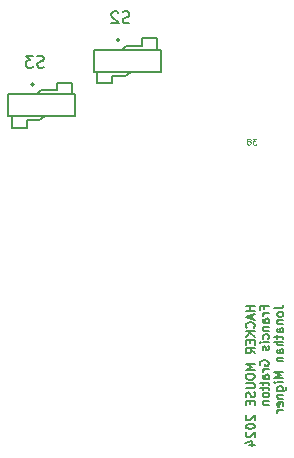
<source format=gbr>
%TF.GenerationSoftware,KiCad,Pcbnew,8.0.2*%
%TF.CreationDate,2024-06-27T22:03:59-04:00*%
%TF.ProjectId,HackerMouseProject,4861636b-6572-44d6-9f75-736550726f6a,rev?*%
%TF.SameCoordinates,Original*%
%TF.FileFunction,Legend,Bot*%
%TF.FilePolarity,Positive*%
%FSLAX46Y46*%
G04 Gerber Fmt 4.6, Leading zero omitted, Abs format (unit mm)*
G04 Created by KiCad (PCBNEW 8.0.2) date 2024-06-27 22:03:59*
%MOMM*%
%LPD*%
G01*
G04 APERTURE LIST*
%ADD10C,0.150000*%
%ADD11C,0.125000*%
%ADD12C,0.127000*%
G04 APERTURE END LIST*
D10*
X187600099Y-59727255D02*
X187600099Y-59477255D01*
X187992956Y-59477255D02*
X187242956Y-59477255D01*
X187242956Y-59477255D02*
X187242956Y-59834398D01*
X187992956Y-60120112D02*
X187492956Y-60120112D01*
X187635813Y-60120112D02*
X187564384Y-60155826D01*
X187564384Y-60155826D02*
X187528670Y-60191541D01*
X187528670Y-60191541D02*
X187492956Y-60262969D01*
X187492956Y-60262969D02*
X187492956Y-60334398D01*
X187992956Y-60905827D02*
X187600099Y-60905827D01*
X187600099Y-60905827D02*
X187528670Y-60870112D01*
X187528670Y-60870112D02*
X187492956Y-60798684D01*
X187492956Y-60798684D02*
X187492956Y-60655827D01*
X187492956Y-60655827D02*
X187528670Y-60584398D01*
X187957242Y-60905827D02*
X187992956Y-60834398D01*
X187992956Y-60834398D02*
X187992956Y-60655827D01*
X187992956Y-60655827D02*
X187957242Y-60584398D01*
X187957242Y-60584398D02*
X187885813Y-60548684D01*
X187885813Y-60548684D02*
X187814384Y-60548684D01*
X187814384Y-60548684D02*
X187742956Y-60584398D01*
X187742956Y-60584398D02*
X187707242Y-60655827D01*
X187707242Y-60655827D02*
X187707242Y-60834398D01*
X187707242Y-60834398D02*
X187671527Y-60905827D01*
X187492956Y-61262969D02*
X187992956Y-61262969D01*
X187564384Y-61262969D02*
X187528670Y-61298683D01*
X187528670Y-61298683D02*
X187492956Y-61370112D01*
X187492956Y-61370112D02*
X187492956Y-61477255D01*
X187492956Y-61477255D02*
X187528670Y-61548683D01*
X187528670Y-61548683D02*
X187600099Y-61584398D01*
X187600099Y-61584398D02*
X187992956Y-61584398D01*
X187957242Y-62262969D02*
X187992956Y-62191540D01*
X187992956Y-62191540D02*
X187992956Y-62048683D01*
X187992956Y-62048683D02*
X187957242Y-61977254D01*
X187957242Y-61977254D02*
X187921527Y-61941540D01*
X187921527Y-61941540D02*
X187850099Y-61905826D01*
X187850099Y-61905826D02*
X187635813Y-61905826D01*
X187635813Y-61905826D02*
X187564384Y-61941540D01*
X187564384Y-61941540D02*
X187528670Y-61977254D01*
X187528670Y-61977254D02*
X187492956Y-62048683D01*
X187492956Y-62048683D02*
X187492956Y-62191540D01*
X187492956Y-62191540D02*
X187528670Y-62262969D01*
X187992956Y-62584397D02*
X187492956Y-62584397D01*
X187242956Y-62584397D02*
X187278670Y-62548683D01*
X187278670Y-62548683D02*
X187314384Y-62584397D01*
X187314384Y-62584397D02*
X187278670Y-62620111D01*
X187278670Y-62620111D02*
X187242956Y-62584397D01*
X187242956Y-62584397D02*
X187314384Y-62584397D01*
X187957242Y-62905826D02*
X187992956Y-62977254D01*
X187992956Y-62977254D02*
X187992956Y-63120111D01*
X187992956Y-63120111D02*
X187957242Y-63191540D01*
X187957242Y-63191540D02*
X187885813Y-63227254D01*
X187885813Y-63227254D02*
X187850099Y-63227254D01*
X187850099Y-63227254D02*
X187778670Y-63191540D01*
X187778670Y-63191540D02*
X187742956Y-63120111D01*
X187742956Y-63120111D02*
X187742956Y-63012969D01*
X187742956Y-63012969D02*
X187707242Y-62941540D01*
X187707242Y-62941540D02*
X187635813Y-62905826D01*
X187635813Y-62905826D02*
X187600099Y-62905826D01*
X187600099Y-62905826D02*
X187528670Y-62941540D01*
X187528670Y-62941540D02*
X187492956Y-63012969D01*
X187492956Y-63012969D02*
X187492956Y-63120111D01*
X187492956Y-63120111D02*
X187528670Y-63191540D01*
X187278670Y-64512969D02*
X187242956Y-64441541D01*
X187242956Y-64441541D02*
X187242956Y-64334398D01*
X187242956Y-64334398D02*
X187278670Y-64227255D01*
X187278670Y-64227255D02*
X187350099Y-64155826D01*
X187350099Y-64155826D02*
X187421527Y-64120112D01*
X187421527Y-64120112D02*
X187564384Y-64084398D01*
X187564384Y-64084398D02*
X187671527Y-64084398D01*
X187671527Y-64084398D02*
X187814384Y-64120112D01*
X187814384Y-64120112D02*
X187885813Y-64155826D01*
X187885813Y-64155826D02*
X187957242Y-64227255D01*
X187957242Y-64227255D02*
X187992956Y-64334398D01*
X187992956Y-64334398D02*
X187992956Y-64405826D01*
X187992956Y-64405826D02*
X187957242Y-64512969D01*
X187957242Y-64512969D02*
X187921527Y-64548683D01*
X187921527Y-64548683D02*
X187671527Y-64548683D01*
X187671527Y-64548683D02*
X187671527Y-64405826D01*
X187992956Y-64870112D02*
X187492956Y-64870112D01*
X187635813Y-64870112D02*
X187564384Y-64905826D01*
X187564384Y-64905826D02*
X187528670Y-64941541D01*
X187528670Y-64941541D02*
X187492956Y-65012969D01*
X187492956Y-65012969D02*
X187492956Y-65084398D01*
X187992956Y-65655827D02*
X187600099Y-65655827D01*
X187600099Y-65655827D02*
X187528670Y-65620112D01*
X187528670Y-65620112D02*
X187492956Y-65548684D01*
X187492956Y-65548684D02*
X187492956Y-65405827D01*
X187492956Y-65405827D02*
X187528670Y-65334398D01*
X187957242Y-65655827D02*
X187992956Y-65584398D01*
X187992956Y-65584398D02*
X187992956Y-65405827D01*
X187992956Y-65405827D02*
X187957242Y-65334398D01*
X187957242Y-65334398D02*
X187885813Y-65298684D01*
X187885813Y-65298684D02*
X187814384Y-65298684D01*
X187814384Y-65298684D02*
X187742956Y-65334398D01*
X187742956Y-65334398D02*
X187707242Y-65405827D01*
X187707242Y-65405827D02*
X187707242Y-65584398D01*
X187707242Y-65584398D02*
X187671527Y-65655827D01*
X187492956Y-65905826D02*
X187492956Y-66191540D01*
X187242956Y-66012969D02*
X187885813Y-66012969D01*
X187885813Y-66012969D02*
X187957242Y-66048683D01*
X187957242Y-66048683D02*
X187992956Y-66120112D01*
X187992956Y-66120112D02*
X187992956Y-66191540D01*
X187492956Y-66334397D02*
X187492956Y-66620111D01*
X187242956Y-66441540D02*
X187885813Y-66441540D01*
X187885813Y-66441540D02*
X187957242Y-66477254D01*
X187957242Y-66477254D02*
X187992956Y-66548683D01*
X187992956Y-66548683D02*
X187992956Y-66620111D01*
X187992956Y-66977254D02*
X187957242Y-66905825D01*
X187957242Y-66905825D02*
X187921527Y-66870111D01*
X187921527Y-66870111D02*
X187850099Y-66834397D01*
X187850099Y-66834397D02*
X187635813Y-66834397D01*
X187635813Y-66834397D02*
X187564384Y-66870111D01*
X187564384Y-66870111D02*
X187528670Y-66905825D01*
X187528670Y-66905825D02*
X187492956Y-66977254D01*
X187492956Y-66977254D02*
X187492956Y-67084397D01*
X187492956Y-67084397D02*
X187528670Y-67155825D01*
X187528670Y-67155825D02*
X187564384Y-67191540D01*
X187564384Y-67191540D02*
X187635813Y-67227254D01*
X187635813Y-67227254D02*
X187850099Y-67227254D01*
X187850099Y-67227254D02*
X187921527Y-67191540D01*
X187921527Y-67191540D02*
X187957242Y-67155825D01*
X187957242Y-67155825D02*
X187992956Y-67084397D01*
X187992956Y-67084397D02*
X187992956Y-66977254D01*
X187492956Y-67548682D02*
X187992956Y-67548682D01*
X187564384Y-67548682D02*
X187528670Y-67584396D01*
X187528670Y-67584396D02*
X187492956Y-67655825D01*
X187492956Y-67655825D02*
X187492956Y-67762968D01*
X187492956Y-67762968D02*
X187528670Y-67834396D01*
X187528670Y-67834396D02*
X187600099Y-67870111D01*
X187600099Y-67870111D02*
X187992956Y-67870111D01*
X188450414Y-59691541D02*
X188986128Y-59691541D01*
X188986128Y-59691541D02*
X189093271Y-59655826D01*
X189093271Y-59655826D02*
X189164700Y-59584398D01*
X189164700Y-59584398D02*
X189200414Y-59477255D01*
X189200414Y-59477255D02*
X189200414Y-59405826D01*
X189200414Y-60155827D02*
X189164700Y-60084398D01*
X189164700Y-60084398D02*
X189128985Y-60048684D01*
X189128985Y-60048684D02*
X189057557Y-60012970D01*
X189057557Y-60012970D02*
X188843271Y-60012970D01*
X188843271Y-60012970D02*
X188771842Y-60048684D01*
X188771842Y-60048684D02*
X188736128Y-60084398D01*
X188736128Y-60084398D02*
X188700414Y-60155827D01*
X188700414Y-60155827D02*
X188700414Y-60262970D01*
X188700414Y-60262970D02*
X188736128Y-60334398D01*
X188736128Y-60334398D02*
X188771842Y-60370113D01*
X188771842Y-60370113D02*
X188843271Y-60405827D01*
X188843271Y-60405827D02*
X189057557Y-60405827D01*
X189057557Y-60405827D02*
X189128985Y-60370113D01*
X189128985Y-60370113D02*
X189164700Y-60334398D01*
X189164700Y-60334398D02*
X189200414Y-60262970D01*
X189200414Y-60262970D02*
X189200414Y-60155827D01*
X188700414Y-60727255D02*
X189200414Y-60727255D01*
X188771842Y-60727255D02*
X188736128Y-60762969D01*
X188736128Y-60762969D02*
X188700414Y-60834398D01*
X188700414Y-60834398D02*
X188700414Y-60941541D01*
X188700414Y-60941541D02*
X188736128Y-61012969D01*
X188736128Y-61012969D02*
X188807557Y-61048684D01*
X188807557Y-61048684D02*
X189200414Y-61048684D01*
X189200414Y-61727255D02*
X188807557Y-61727255D01*
X188807557Y-61727255D02*
X188736128Y-61691540D01*
X188736128Y-61691540D02*
X188700414Y-61620112D01*
X188700414Y-61620112D02*
X188700414Y-61477255D01*
X188700414Y-61477255D02*
X188736128Y-61405826D01*
X189164700Y-61727255D02*
X189200414Y-61655826D01*
X189200414Y-61655826D02*
X189200414Y-61477255D01*
X189200414Y-61477255D02*
X189164700Y-61405826D01*
X189164700Y-61405826D02*
X189093271Y-61370112D01*
X189093271Y-61370112D02*
X189021842Y-61370112D01*
X189021842Y-61370112D02*
X188950414Y-61405826D01*
X188950414Y-61405826D02*
X188914700Y-61477255D01*
X188914700Y-61477255D02*
X188914700Y-61655826D01*
X188914700Y-61655826D02*
X188878985Y-61727255D01*
X188700414Y-61977254D02*
X188700414Y-62262968D01*
X188450414Y-62084397D02*
X189093271Y-62084397D01*
X189093271Y-62084397D02*
X189164700Y-62120111D01*
X189164700Y-62120111D02*
X189200414Y-62191540D01*
X189200414Y-62191540D02*
X189200414Y-62262968D01*
X189200414Y-62512968D02*
X188450414Y-62512968D01*
X189200414Y-62834397D02*
X188807557Y-62834397D01*
X188807557Y-62834397D02*
X188736128Y-62798682D01*
X188736128Y-62798682D02*
X188700414Y-62727254D01*
X188700414Y-62727254D02*
X188700414Y-62620111D01*
X188700414Y-62620111D02*
X188736128Y-62548682D01*
X188736128Y-62548682D02*
X188771842Y-62512968D01*
X189200414Y-63512968D02*
X188807557Y-63512968D01*
X188807557Y-63512968D02*
X188736128Y-63477253D01*
X188736128Y-63477253D02*
X188700414Y-63405825D01*
X188700414Y-63405825D02*
X188700414Y-63262968D01*
X188700414Y-63262968D02*
X188736128Y-63191539D01*
X189164700Y-63512968D02*
X189200414Y-63441539D01*
X189200414Y-63441539D02*
X189200414Y-63262968D01*
X189200414Y-63262968D02*
X189164700Y-63191539D01*
X189164700Y-63191539D02*
X189093271Y-63155825D01*
X189093271Y-63155825D02*
X189021842Y-63155825D01*
X189021842Y-63155825D02*
X188950414Y-63191539D01*
X188950414Y-63191539D02*
X188914700Y-63262968D01*
X188914700Y-63262968D02*
X188914700Y-63441539D01*
X188914700Y-63441539D02*
X188878985Y-63512968D01*
X188700414Y-63870110D02*
X189200414Y-63870110D01*
X188771842Y-63870110D02*
X188736128Y-63905824D01*
X188736128Y-63905824D02*
X188700414Y-63977253D01*
X188700414Y-63977253D02*
X188700414Y-64084396D01*
X188700414Y-64084396D02*
X188736128Y-64155824D01*
X188736128Y-64155824D02*
X188807557Y-64191539D01*
X188807557Y-64191539D02*
X189200414Y-64191539D01*
X189200414Y-65120110D02*
X188450414Y-65120110D01*
X188450414Y-65120110D02*
X188986128Y-65370110D01*
X188986128Y-65370110D02*
X188450414Y-65620110D01*
X188450414Y-65620110D02*
X189200414Y-65620110D01*
X189200414Y-65977253D02*
X188700414Y-65977253D01*
X188450414Y-65977253D02*
X188486128Y-65941539D01*
X188486128Y-65941539D02*
X188521842Y-65977253D01*
X188521842Y-65977253D02*
X188486128Y-66012967D01*
X188486128Y-66012967D02*
X188450414Y-65977253D01*
X188450414Y-65977253D02*
X188521842Y-65977253D01*
X188700414Y-66655825D02*
X189307557Y-66655825D01*
X189307557Y-66655825D02*
X189378985Y-66620110D01*
X189378985Y-66620110D02*
X189414700Y-66584396D01*
X189414700Y-66584396D02*
X189450414Y-66512967D01*
X189450414Y-66512967D02*
X189450414Y-66405825D01*
X189450414Y-66405825D02*
X189414700Y-66334396D01*
X189164700Y-66655825D02*
X189200414Y-66584396D01*
X189200414Y-66584396D02*
X189200414Y-66441539D01*
X189200414Y-66441539D02*
X189164700Y-66370110D01*
X189164700Y-66370110D02*
X189128985Y-66334396D01*
X189128985Y-66334396D02*
X189057557Y-66298682D01*
X189057557Y-66298682D02*
X188843271Y-66298682D01*
X188843271Y-66298682D02*
X188771842Y-66334396D01*
X188771842Y-66334396D02*
X188736128Y-66370110D01*
X188736128Y-66370110D02*
X188700414Y-66441539D01*
X188700414Y-66441539D02*
X188700414Y-66584396D01*
X188700414Y-66584396D02*
X188736128Y-66655825D01*
X188700414Y-67012967D02*
X189200414Y-67012967D01*
X188771842Y-67012967D02*
X188736128Y-67048681D01*
X188736128Y-67048681D02*
X188700414Y-67120110D01*
X188700414Y-67120110D02*
X188700414Y-67227253D01*
X188700414Y-67227253D02*
X188736128Y-67298681D01*
X188736128Y-67298681D02*
X188807557Y-67334396D01*
X188807557Y-67334396D02*
X189200414Y-67334396D01*
X189164700Y-67977252D02*
X189200414Y-67905824D01*
X189200414Y-67905824D02*
X189200414Y-67762967D01*
X189200414Y-67762967D02*
X189164700Y-67691538D01*
X189164700Y-67691538D02*
X189093271Y-67655824D01*
X189093271Y-67655824D02*
X188807557Y-67655824D01*
X188807557Y-67655824D02*
X188736128Y-67691538D01*
X188736128Y-67691538D02*
X188700414Y-67762967D01*
X188700414Y-67762967D02*
X188700414Y-67905824D01*
X188700414Y-67905824D02*
X188736128Y-67977252D01*
X188736128Y-67977252D02*
X188807557Y-68012967D01*
X188807557Y-68012967D02*
X188878985Y-68012967D01*
X188878985Y-68012967D02*
X188950414Y-67655824D01*
X189200414Y-68334395D02*
X188700414Y-68334395D01*
X188843271Y-68334395D02*
X188771842Y-68370109D01*
X188771842Y-68370109D02*
X188736128Y-68405824D01*
X188736128Y-68405824D02*
X188700414Y-68477252D01*
X188700414Y-68477252D02*
X188700414Y-68548681D01*
X186800414Y-59477255D02*
X186050414Y-59477255D01*
X186407557Y-59477255D02*
X186407557Y-59905826D01*
X186800414Y-59905826D02*
X186050414Y-59905826D01*
X186586128Y-60227255D02*
X186586128Y-60584398D01*
X186800414Y-60155826D02*
X186050414Y-60405826D01*
X186050414Y-60405826D02*
X186800414Y-60655826D01*
X186728985Y-61334397D02*
X186764700Y-61298683D01*
X186764700Y-61298683D02*
X186800414Y-61191540D01*
X186800414Y-61191540D02*
X186800414Y-61120112D01*
X186800414Y-61120112D02*
X186764700Y-61012969D01*
X186764700Y-61012969D02*
X186693271Y-60941540D01*
X186693271Y-60941540D02*
X186621842Y-60905826D01*
X186621842Y-60905826D02*
X186478985Y-60870112D01*
X186478985Y-60870112D02*
X186371842Y-60870112D01*
X186371842Y-60870112D02*
X186228985Y-60905826D01*
X186228985Y-60905826D02*
X186157557Y-60941540D01*
X186157557Y-60941540D02*
X186086128Y-61012969D01*
X186086128Y-61012969D02*
X186050414Y-61120112D01*
X186050414Y-61120112D02*
X186050414Y-61191540D01*
X186050414Y-61191540D02*
X186086128Y-61298683D01*
X186086128Y-61298683D02*
X186121842Y-61334397D01*
X186800414Y-61655826D02*
X186050414Y-61655826D01*
X186800414Y-62084397D02*
X186371842Y-61762969D01*
X186050414Y-62084397D02*
X186478985Y-61655826D01*
X186407557Y-62405826D02*
X186407557Y-62655826D01*
X186800414Y-62762969D02*
X186800414Y-62405826D01*
X186800414Y-62405826D02*
X186050414Y-62405826D01*
X186050414Y-62405826D02*
X186050414Y-62762969D01*
X186800414Y-63512968D02*
X186443271Y-63262968D01*
X186800414Y-63084397D02*
X186050414Y-63084397D01*
X186050414Y-63084397D02*
X186050414Y-63370111D01*
X186050414Y-63370111D02*
X186086128Y-63441540D01*
X186086128Y-63441540D02*
X186121842Y-63477254D01*
X186121842Y-63477254D02*
X186193271Y-63512968D01*
X186193271Y-63512968D02*
X186300414Y-63512968D01*
X186300414Y-63512968D02*
X186371842Y-63477254D01*
X186371842Y-63477254D02*
X186407557Y-63441540D01*
X186407557Y-63441540D02*
X186443271Y-63370111D01*
X186443271Y-63370111D02*
X186443271Y-63084397D01*
X186800414Y-64405826D02*
X186050414Y-64405826D01*
X186050414Y-64405826D02*
X186586128Y-64655826D01*
X186586128Y-64655826D02*
X186050414Y-64905826D01*
X186050414Y-64905826D02*
X186800414Y-64905826D01*
X186050414Y-65405826D02*
X186050414Y-65548683D01*
X186050414Y-65548683D02*
X186086128Y-65620112D01*
X186086128Y-65620112D02*
X186157557Y-65691540D01*
X186157557Y-65691540D02*
X186300414Y-65727255D01*
X186300414Y-65727255D02*
X186550414Y-65727255D01*
X186550414Y-65727255D02*
X186693271Y-65691540D01*
X186693271Y-65691540D02*
X186764700Y-65620112D01*
X186764700Y-65620112D02*
X186800414Y-65548683D01*
X186800414Y-65548683D02*
X186800414Y-65405826D01*
X186800414Y-65405826D02*
X186764700Y-65334398D01*
X186764700Y-65334398D02*
X186693271Y-65262969D01*
X186693271Y-65262969D02*
X186550414Y-65227255D01*
X186550414Y-65227255D02*
X186300414Y-65227255D01*
X186300414Y-65227255D02*
X186157557Y-65262969D01*
X186157557Y-65262969D02*
X186086128Y-65334398D01*
X186086128Y-65334398D02*
X186050414Y-65405826D01*
X186050414Y-66048683D02*
X186657557Y-66048683D01*
X186657557Y-66048683D02*
X186728985Y-66084397D01*
X186728985Y-66084397D02*
X186764700Y-66120112D01*
X186764700Y-66120112D02*
X186800414Y-66191540D01*
X186800414Y-66191540D02*
X186800414Y-66334397D01*
X186800414Y-66334397D02*
X186764700Y-66405826D01*
X186764700Y-66405826D02*
X186728985Y-66441540D01*
X186728985Y-66441540D02*
X186657557Y-66477254D01*
X186657557Y-66477254D02*
X186050414Y-66477254D01*
X186764700Y-66798683D02*
X186800414Y-66905826D01*
X186800414Y-66905826D02*
X186800414Y-67084397D01*
X186800414Y-67084397D02*
X186764700Y-67155826D01*
X186764700Y-67155826D02*
X186728985Y-67191540D01*
X186728985Y-67191540D02*
X186657557Y-67227254D01*
X186657557Y-67227254D02*
X186586128Y-67227254D01*
X186586128Y-67227254D02*
X186514700Y-67191540D01*
X186514700Y-67191540D02*
X186478985Y-67155826D01*
X186478985Y-67155826D02*
X186443271Y-67084397D01*
X186443271Y-67084397D02*
X186407557Y-66941540D01*
X186407557Y-66941540D02*
X186371842Y-66870111D01*
X186371842Y-66870111D02*
X186336128Y-66834397D01*
X186336128Y-66834397D02*
X186264700Y-66798683D01*
X186264700Y-66798683D02*
X186193271Y-66798683D01*
X186193271Y-66798683D02*
X186121842Y-66834397D01*
X186121842Y-66834397D02*
X186086128Y-66870111D01*
X186086128Y-66870111D02*
X186050414Y-66941540D01*
X186050414Y-66941540D02*
X186050414Y-67120111D01*
X186050414Y-67120111D02*
X186086128Y-67227254D01*
X186407557Y-67548683D02*
X186407557Y-67798683D01*
X186800414Y-67905826D02*
X186800414Y-67548683D01*
X186800414Y-67548683D02*
X186050414Y-67548683D01*
X186050414Y-67548683D02*
X186050414Y-67905826D01*
X186121842Y-68762969D02*
X186086128Y-68798683D01*
X186086128Y-68798683D02*
X186050414Y-68870112D01*
X186050414Y-68870112D02*
X186050414Y-69048683D01*
X186050414Y-69048683D02*
X186086128Y-69120112D01*
X186086128Y-69120112D02*
X186121842Y-69155826D01*
X186121842Y-69155826D02*
X186193271Y-69191540D01*
X186193271Y-69191540D02*
X186264700Y-69191540D01*
X186264700Y-69191540D02*
X186371842Y-69155826D01*
X186371842Y-69155826D02*
X186800414Y-68727254D01*
X186800414Y-68727254D02*
X186800414Y-69191540D01*
X186050414Y-69655826D02*
X186050414Y-69727255D01*
X186050414Y-69727255D02*
X186086128Y-69798683D01*
X186086128Y-69798683D02*
X186121842Y-69834398D01*
X186121842Y-69834398D02*
X186193271Y-69870112D01*
X186193271Y-69870112D02*
X186336128Y-69905826D01*
X186336128Y-69905826D02*
X186514700Y-69905826D01*
X186514700Y-69905826D02*
X186657557Y-69870112D01*
X186657557Y-69870112D02*
X186728985Y-69834398D01*
X186728985Y-69834398D02*
X186764700Y-69798683D01*
X186764700Y-69798683D02*
X186800414Y-69727255D01*
X186800414Y-69727255D02*
X186800414Y-69655826D01*
X186800414Y-69655826D02*
X186764700Y-69584398D01*
X186764700Y-69584398D02*
X186728985Y-69548683D01*
X186728985Y-69548683D02*
X186657557Y-69512969D01*
X186657557Y-69512969D02*
X186514700Y-69477255D01*
X186514700Y-69477255D02*
X186336128Y-69477255D01*
X186336128Y-69477255D02*
X186193271Y-69512969D01*
X186193271Y-69512969D02*
X186121842Y-69548683D01*
X186121842Y-69548683D02*
X186086128Y-69584398D01*
X186086128Y-69584398D02*
X186050414Y-69655826D01*
X186121842Y-70191541D02*
X186086128Y-70227255D01*
X186086128Y-70227255D02*
X186050414Y-70298684D01*
X186050414Y-70298684D02*
X186050414Y-70477255D01*
X186050414Y-70477255D02*
X186086128Y-70548684D01*
X186086128Y-70548684D02*
X186121842Y-70584398D01*
X186121842Y-70584398D02*
X186193271Y-70620112D01*
X186193271Y-70620112D02*
X186264700Y-70620112D01*
X186264700Y-70620112D02*
X186371842Y-70584398D01*
X186371842Y-70584398D02*
X186800414Y-70155826D01*
X186800414Y-70155826D02*
X186800414Y-70620112D01*
X186300414Y-71262970D02*
X186800414Y-71262970D01*
X186014700Y-71084398D02*
X186550414Y-70905827D01*
X186550414Y-70905827D02*
X186550414Y-71370112D01*
D11*
X186946335Y-45332309D02*
X186636811Y-45332309D01*
X186636811Y-45332309D02*
X186803478Y-45522785D01*
X186803478Y-45522785D02*
X186732049Y-45522785D01*
X186732049Y-45522785D02*
X186684430Y-45546595D01*
X186684430Y-45546595D02*
X186660621Y-45570404D01*
X186660621Y-45570404D02*
X186636811Y-45618023D01*
X186636811Y-45618023D02*
X186636811Y-45737071D01*
X186636811Y-45737071D02*
X186660621Y-45784690D01*
X186660621Y-45784690D02*
X186684430Y-45808500D01*
X186684430Y-45808500D02*
X186732049Y-45832309D01*
X186732049Y-45832309D02*
X186874906Y-45832309D01*
X186874906Y-45832309D02*
X186922525Y-45808500D01*
X186922525Y-45808500D02*
X186946335Y-45784690D01*
X186351097Y-45546595D02*
X186398716Y-45522785D01*
X186398716Y-45522785D02*
X186422526Y-45498976D01*
X186422526Y-45498976D02*
X186446335Y-45451357D01*
X186446335Y-45451357D02*
X186446335Y-45427547D01*
X186446335Y-45427547D02*
X186422526Y-45379928D01*
X186422526Y-45379928D02*
X186398716Y-45356119D01*
X186398716Y-45356119D02*
X186351097Y-45332309D01*
X186351097Y-45332309D02*
X186255859Y-45332309D01*
X186255859Y-45332309D02*
X186208240Y-45356119D01*
X186208240Y-45356119D02*
X186184431Y-45379928D01*
X186184431Y-45379928D02*
X186160621Y-45427547D01*
X186160621Y-45427547D02*
X186160621Y-45451357D01*
X186160621Y-45451357D02*
X186184431Y-45498976D01*
X186184431Y-45498976D02*
X186208240Y-45522785D01*
X186208240Y-45522785D02*
X186255859Y-45546595D01*
X186255859Y-45546595D02*
X186351097Y-45546595D01*
X186351097Y-45546595D02*
X186398716Y-45570404D01*
X186398716Y-45570404D02*
X186422526Y-45594214D01*
X186422526Y-45594214D02*
X186446335Y-45641833D01*
X186446335Y-45641833D02*
X186446335Y-45737071D01*
X186446335Y-45737071D02*
X186422526Y-45784690D01*
X186422526Y-45784690D02*
X186398716Y-45808500D01*
X186398716Y-45808500D02*
X186351097Y-45832309D01*
X186351097Y-45832309D02*
X186255859Y-45832309D01*
X186255859Y-45832309D02*
X186208240Y-45808500D01*
X186208240Y-45808500D02*
X186184431Y-45784690D01*
X186184431Y-45784690D02*
X186160621Y-45737071D01*
X186160621Y-45737071D02*
X186160621Y-45641833D01*
X186160621Y-45641833D02*
X186184431Y-45594214D01*
X186184431Y-45594214D02*
X186208240Y-45570404D01*
X186208240Y-45570404D02*
X186255859Y-45546595D01*
D10*
X176187094Y-35518937D02*
X176044092Y-35566604D01*
X176044092Y-35566604D02*
X175805754Y-35566604D01*
X175805754Y-35566604D02*
X175710420Y-35518937D01*
X175710420Y-35518937D02*
X175662752Y-35471269D01*
X175662752Y-35471269D02*
X175615085Y-35375934D01*
X175615085Y-35375934D02*
X175615085Y-35280599D01*
X175615085Y-35280599D02*
X175662752Y-35185265D01*
X175662752Y-35185265D02*
X175710420Y-35137597D01*
X175710420Y-35137597D02*
X175805754Y-35089930D01*
X175805754Y-35089930D02*
X175996424Y-35042262D01*
X175996424Y-35042262D02*
X176091759Y-34994595D01*
X176091759Y-34994595D02*
X176139426Y-34946927D01*
X176139426Y-34946927D02*
X176187094Y-34851593D01*
X176187094Y-34851593D02*
X176187094Y-34756258D01*
X176187094Y-34756258D02*
X176139426Y-34660923D01*
X176139426Y-34660923D02*
X176091759Y-34613255D01*
X176091759Y-34613255D02*
X175996424Y-34565588D01*
X175996424Y-34565588D02*
X175758087Y-34565588D01*
X175758087Y-34565588D02*
X175615085Y-34613255D01*
X175233745Y-34660923D02*
X175186077Y-34613255D01*
X175186077Y-34613255D02*
X175090743Y-34565588D01*
X175090743Y-34565588D02*
X174852405Y-34565588D01*
X174852405Y-34565588D02*
X174757071Y-34613255D01*
X174757071Y-34613255D02*
X174709403Y-34660923D01*
X174709403Y-34660923D02*
X174661736Y-34756258D01*
X174661736Y-34756258D02*
X174661736Y-34851593D01*
X174661736Y-34851593D02*
X174709403Y-34994595D01*
X174709403Y-34994595D02*
X175281412Y-35566604D01*
X175281412Y-35566604D02*
X174661736Y-35566604D01*
X168937094Y-39268937D02*
X168794092Y-39316604D01*
X168794092Y-39316604D02*
X168555754Y-39316604D01*
X168555754Y-39316604D02*
X168460420Y-39268937D01*
X168460420Y-39268937D02*
X168412752Y-39221269D01*
X168412752Y-39221269D02*
X168365085Y-39125934D01*
X168365085Y-39125934D02*
X168365085Y-39030599D01*
X168365085Y-39030599D02*
X168412752Y-38935265D01*
X168412752Y-38935265D02*
X168460420Y-38887597D01*
X168460420Y-38887597D02*
X168555754Y-38839930D01*
X168555754Y-38839930D02*
X168746424Y-38792262D01*
X168746424Y-38792262D02*
X168841759Y-38744595D01*
X168841759Y-38744595D02*
X168889426Y-38696927D01*
X168889426Y-38696927D02*
X168937094Y-38601593D01*
X168937094Y-38601593D02*
X168937094Y-38506258D01*
X168937094Y-38506258D02*
X168889426Y-38410923D01*
X168889426Y-38410923D02*
X168841759Y-38363255D01*
X168841759Y-38363255D02*
X168746424Y-38315588D01*
X168746424Y-38315588D02*
X168508087Y-38315588D01*
X168508087Y-38315588D02*
X168365085Y-38363255D01*
X168031412Y-38315588D02*
X167411736Y-38315588D01*
X167411736Y-38315588D02*
X167745408Y-38696927D01*
X167745408Y-38696927D02*
X167602405Y-38696927D01*
X167602405Y-38696927D02*
X167507071Y-38744595D01*
X167507071Y-38744595D02*
X167459403Y-38792262D01*
X167459403Y-38792262D02*
X167411736Y-38887597D01*
X167411736Y-38887597D02*
X167411736Y-39125934D01*
X167411736Y-39125934D02*
X167459403Y-39221269D01*
X167459403Y-39221269D02*
X167507071Y-39268937D01*
X167507071Y-39268937D02*
X167602405Y-39316604D01*
X167602405Y-39316604D02*
X167888410Y-39316604D01*
X167888410Y-39316604D02*
X167983745Y-39268937D01*
X167983745Y-39268937D02*
X168031412Y-39221269D01*
%TO.C,S2*%
X173150000Y-37800000D02*
X178540000Y-37800000D01*
X173150000Y-39700000D02*
X173150000Y-37800000D01*
X173460000Y-39700000D02*
X173150000Y-39700000D01*
X173460000Y-40650000D02*
X173460000Y-39700000D01*
X174730000Y-40020000D02*
X174730000Y-40650000D01*
X174730000Y-40650000D02*
X173460000Y-40650000D01*
X175600000Y-37750000D02*
X176000000Y-37480000D01*
X175800000Y-40020000D02*
X174730000Y-40020000D01*
X176000000Y-37480000D02*
X177270000Y-37480000D01*
X176200000Y-39750000D02*
X175800000Y-40020000D01*
X177270000Y-36850000D02*
X178540000Y-36850000D01*
X177270000Y-37480000D02*
X177270000Y-36850000D01*
X178540000Y-36850000D02*
X178540000Y-37800000D01*
X178540000Y-37800000D02*
X178850000Y-37800000D01*
X178850000Y-37800000D02*
X178850000Y-39700000D01*
X178850000Y-39700000D02*
X173460000Y-39700000D01*
D12*
X175365000Y-36972000D02*
G75*
G02*
X175111000Y-36972000I-127000J0D01*
G01*
X175111000Y-36972000D02*
G75*
G02*
X175365000Y-36972000I127000J0D01*
G01*
D10*
%TO.C,S3*%
X165900000Y-41550000D02*
X171290000Y-41550000D01*
X165900000Y-43450000D02*
X165900000Y-41550000D01*
X166210000Y-43450000D02*
X165900000Y-43450000D01*
X166210000Y-44400000D02*
X166210000Y-43450000D01*
X167480000Y-43770000D02*
X167480000Y-44400000D01*
X167480000Y-44400000D02*
X166210000Y-44400000D01*
X168350000Y-41500000D02*
X168750000Y-41230000D01*
X168550000Y-43770000D02*
X167480000Y-43770000D01*
X168750000Y-41230000D02*
X170020000Y-41230000D01*
X168950000Y-43500000D02*
X168550000Y-43770000D01*
X170020000Y-40600000D02*
X171290000Y-40600000D01*
X170020000Y-41230000D02*
X170020000Y-40600000D01*
X171290000Y-40600000D02*
X171290000Y-41550000D01*
X171290000Y-41550000D02*
X171600000Y-41550000D01*
X171600000Y-41550000D02*
X171600000Y-43450000D01*
X171600000Y-43450000D02*
X166210000Y-43450000D01*
D12*
X168115000Y-40722000D02*
G75*
G02*
X167861000Y-40722000I-127000J0D01*
G01*
X167861000Y-40722000D02*
G75*
G02*
X168115000Y-40722000I127000J0D01*
G01*
%TD*%
M02*

</source>
